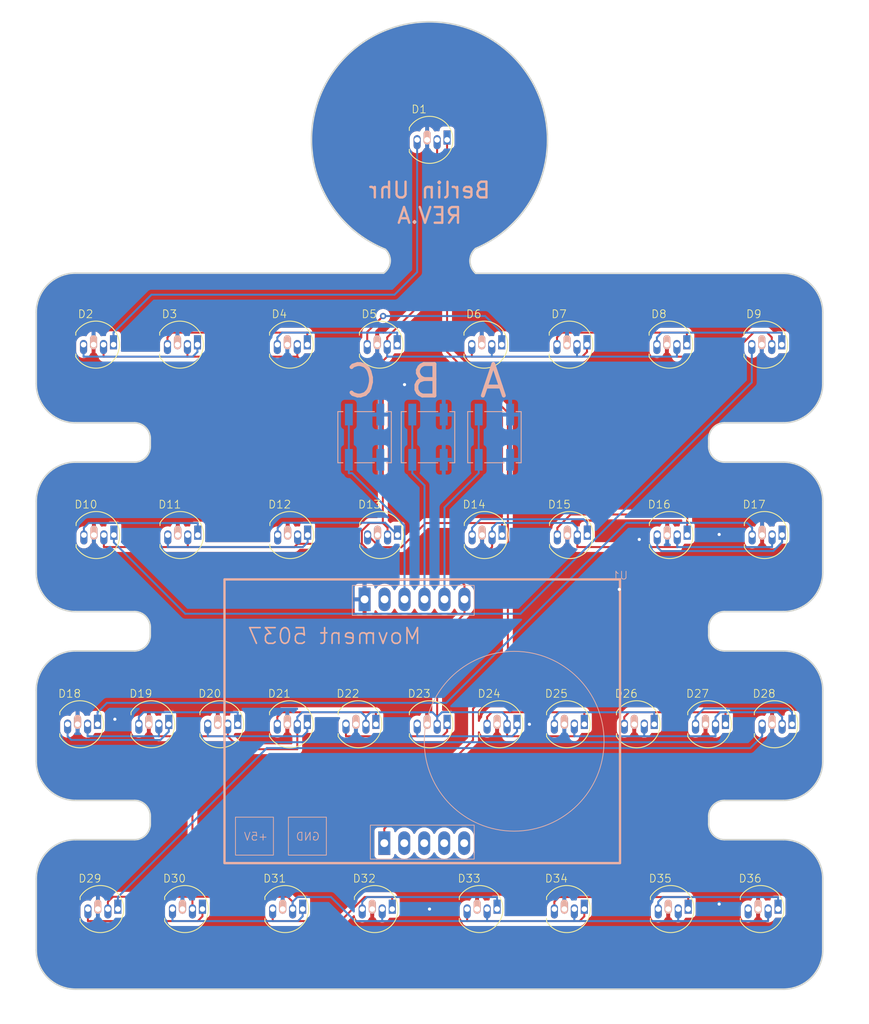
<source format=kicad_pcb>
(kicad_pcb (version 20221018) (generator pcbnew)
  (layers (0 "F.Cu" signal) (31 "B.Cu" signal) (34 "B.Paste" user) (35 "F.Paste" user) (36 "B.SilkS" user "B.Silkscreen") (37 "F.SilkS" user "F.Silkscreen") (38 "B.Mask" user) (39 "F.Mask" user) (44 "Edge.Cuts" user))
  (net 0 "")
  (net 1 "+5V")
  (net 2 "GND")
  (net 3 "Net-(D1-DOut)")
  (net 4 "/LEDD")
  (net 5 "Net-(D2-DOut)")
  (net 6 "Net-(D3-DOut)")
  (net 7 "Net-(D4-DOut)")
  (net 8 "Net-(D5-DOut)")
  (net 9 "Net-(D10-DIn)")
  (net 10 "Net-(D10-DOut)")
  (net 11 "Net-(D11-DOut)")
  (net 12 "Net-(D12-DOut)")
  (net 13 "Net-(D13-DOut)")
  (net 14 "Net-(D15-DOut)")
  (net 15 "Net-(D16-DOut)")
  (net 16 "Net-(D17-DOut)")
  (net 17 "Net-(D18-DOut)")
  (net 18 "Net-(D20-DOut)")
  (net 19 "Net-(D21-DOut)")
  (net 20 "Net-(D22-DOut)")
  (net 21 "Net-(D23-DOut)")
  (net 22 "Net-(D6-DOut)")
  (net 23 "Net-(D7-DOut)")
  (net 24 "Net-(D8-DOut)")
  (net 25 "Net-(D14-DOut)")
  (net 26 "Net-(D19-DOut)")
  (net 30 "Net-(D24-DOut)")
  (net 31 "Net-(D25-DOut)")
  (net 32 "Net-(D27-DOut)")
  (net 33 "Net-(D28-DOut)")
  (net 34 "Net-(D29-DOut)")
  (net 35 "Net-(D30-DOut)")
  (net 36 "Net-(D31-DOut)")
  (net 37 "Net-(D32-DOut)")
  (net 38 "Net-(D33-DOut)")
  (net 39 "Net-(D34-DOut)")
  (net 40 "Net-(D35-DOut)")
  (net 41 "Net-(U1-BTNA)")
  (net 42 "Net-(U1-BTNB)")
  (net 43 "Net-(U1-BTNC)")
  (net 46 "Net-(D26-DOut)")
  (footprint "ClockIt:WS2812-5MM" (layer "F.Cu") (at 134.747 92.075)
    (fp_text reference "D10")
    (fp_text value "~" hide)
  )
  (footprint "ClockIt:WS2812-5MM" (layer "F.Cu") (at 219.6677 67.87)
    (fp_text reference "D9")
    (fp_text value "~" hide)
  )
  (footprint "ClockIt:WS2812-5MM" (layer "F.Cu") (at 170.815 92.075)
    (fp_text reference "D13")
    (fp_text value "~" hide)
  )
  (footprint "ClockIt:WS2812-5MM" (layer "F.Cu") (at 150.495 116.13)
    (fp_text reference "D20")
    (fp_text value "~" hide)
  )
  (footprint "ClockIt:WS2812-5MM" (layer "F.Cu") (at 159.385 92.075)
    (fp_text reference "D12")
    (fp_text value "~" hide)
  )
  (footprint "ClockIt:WS2812-5MM" (layer "F.Cu") (at 194.945 92.075)
    (fp_text reference "D15")
    (fp_text value "~" hide)
  )
  (footprint "ClockIt:WS2812-5MM" (layer "F.Cu") (at 184.0653 67.87)
    (fp_text reference "D6")
    (fp_text value "~" hide)
  )
  (footprint "ClockIt:WS2812-5MM" (layer "F.Cu") (at 132.6727 116.13)
    (fp_text reference "D18")
    (fp_text value "~" hide)
  )
  (footprint "ClockIt:WS2812-5MM" (layer "F.Cu") (at 141.732 116.13)
    (fp_text reference "D19")
    (fp_text value "~" hide)
  )
  (footprint "ClockIt:WS2812-5MM" (layer "F.Cu") (at 158.75 139.625)
    (fp_text reference "D31")
    (fp_text value "~" hide)
  )
  (footprint "ClockIt:WS2812-5MM" (layer "F.Cu") (at 170.1377 139.625)
    (fp_text reference "D32")
    (fp_text value "~" hide)
  )
  (footprint "ClockIt:WS2812-5MM" (layer "F.Cu") (at 207.772 139.625)
    (fp_text reference "D35")
    (fp_text value "~" hide)
  )
  (footprint "ClockIt:WS2812-5MM" (layer "F.Cu") (at 177.1227 116.13)
    (fp_text reference "D23")
    (fp_text value "~" hide)
  )
  (footprint "ClockIt:WS2812-5MM" (layer "F.Cu") (at 194.564 116.13)
    (fp_text reference "D25")
    (fp_text value "~" hide)
  )
  (footprint "ClockIt:WS2812-5MM" (layer "F.Cu") (at 186.0127 116.13)
    (fp_text reference "D24")
    (fp_text value "~" hide)
  )
  (footprint "ClockIt:WS2812-5MM" (layer "F.Cu") (at 219.202 139.625)
    (fp_text reference "D36")
    (fp_text value "~" hide)
  )
  (footprint "ClockIt:WS2812-5MM" (layer "F.Cu") (at 212.5133 116.13)
    (fp_text reference "D27")
    (fp_text value "~" hide)
  )
  (footprint "ClockIt:WS2812-5MM" (layer "F.Cu") (at 159.3427 116.13)
    (fp_text reference "D21")
    (fp_text value "~" hide)
  )
  (footprint "ClockIt:WS2812-5MM" (layer "F.Cu") (at 184.1077 92.075)
    (fp_text reference "D14")
    (fp_text value "~" hide)
  )
  (footprint "ClockIt:WS2812-5MM" (layer "F.Cu") (at 145.3727 67.87)
    (fp_text reference "D3")
    (fp_text value "~" hide)
  )
  (footprint "ClockIt:WS2812-5MM" (layer "F.Cu") (at 207.645 92.075)
    (fp_text reference "D16")
    (fp_text value "~" hide)
  )
  (footprint "ClockIt:WS2812-5MM" (layer "F.Cu") (at 220.98 116.13)
    (fp_text reference "D28")
    (fp_text value "~" hide)
  )
  (footprint "ClockIt:WS2812-5MM" (layer "F.Cu") (at 194.564 139.625)
    (fp_text reference "D34")
    (fp_text value "~" hide)
  )
  (footprint "ClockIt:WS2812-5MM" (layer "F.Cu") (at 194.9027 67.87)
    (fp_text reference "D7")
    (fp_text value "~" hide)
  )
  (footprint "ClockIt:WS2812-5MM" (layer "F.Cu") (at 183.4727 139.625)
    (fp_text reference "D33")
    (fp_text value "~" hide)
  )
  (footprint "ClockIt:WS2812-5MM" (layer "F.Cu") (at 159.3427 67.87)
    (fp_text reference "D4")
    (fp_text value "~" hide)
  )
  (footprint "ClockIt:WS2812-5MM" (layer "F.Cu") (at 219.71 92.075)
    (fp_text reference "D17")
    (fp_text value "~" hide)
  )
  (footprint "ClockIt:WS2812-5MM" (layer "F.Cu") (at 203.454 116.13)
    (fp_text reference "D26")
    (fp_text value "~" hide)
  )
  (footprint "ClockIt:WS2812-5MM" (layer "F.Cu") (at 177.115 41.835)
    (fp_text reference "D1")
    (fp_text value "~" hide)
  )
  (footprint "ClockIt:WS2812-5MM" (layer "F.Cu") (at 145.415 92.075)
    (fp_text reference "D11")
    (fp_text value "~" hide)
  )
  (footprint "ClockIt:WS2812-5MM" (layer "F.Cu") (at 134.7047 67.87)
    (fp_text reference "D2")
    (fp_text value "~" hide)
  )
  (footprint "ClockIt:WS2812-5MM" (layer "F.Cu") (at 135.255 139.625)
    (fp_text reference "D29")
    (fp_text value "~" hide)
  )
  (footprint "ClockIt:WS2812-5MM" (layer "F.Cu") (at 207.6027 67.87)
    (fp_text reference "D8")
    (fp_text value "~" hide)
  )
  (footprint "ClockIt:WS2812-5MM" (layer "F.Cu") (at 168.0633 116.13)
    (fp_text reference "D22")
    (fp_text value "~" hide)
  )
  (footprint "ClockIt:WS2812-5MM" (layer "F.Cu") (at 170.7727 67.87)
    (fp_text reference "D5")
    (fp_text value "~" hide)
  )
  (footprint "ClockIt:WS2812-5MM" (layer "F.Cu") (at 146.0077 139.625)
    (fp_text reference "D30")
    (fp_text value "~" hide)
  )
  (footprint "ClockIt:Tactile SW SMD" (layer "B.Cu") (at 176.975 79.71 -90)
    (fp_text reference "SW2" hide)
    (fp_text value "SW_Push")
  )
  (footprint "ClockIt:Tactile SW SMD" (layer "B.Cu") (at 168.91 79.71 -90)
    (fp_text reference "SW3" hide)
    (fp_text value "SW_Push")
  )
  (footprint "ClockIt:Movement5037 TH" (layer "B.Cu") (at 201.39 97.79 180)
    (fp_text reference "U1")
    (fp_text value "~")
  )
  (footprint "ClockIt:Tactile SW SMD" (layer "B.Cu") (at 185.42 79.71 -90)
    (fp_text reference "SW1" hide)
    (fp_text value "SW_Push")
  )
  (gr_arc locked (start 127.164999 135.882482) (mid 128.629465 132.346948) (end 132.164999 130.882482) (stroke (width 0.2)) (layer "Edge.Cuts"))
  (gr_line locked (start 141.664999 104.882482) (end 141.664999 103.882482) (stroke (width 0.2)) (layer "Edge.Cuts"))
  (gr_arc locked (start 222.164999 106.882482) (mid 225.700533 108.346948) (end 227.164999 111.882482) (stroke (width 0.2)) (layer "Edge.Cuts"))
  (gr_arc locked (start 212.664999 127.882482) (mid 213.250785 126.468268) (end 214.664999 125.882482) (stroke (width 0.2)) (layer "Edge.Cuts"))
  (gr_line locked (start 214.664999 101.882482) (end 222.164999 101.882482) (stroke (width 0.2)) (layer "Edge.Cuts"))
  (gr_line locked (start 139.664999 130.882482) (end 132.164999 130.882482) (stroke (width 0.2)) (layer "Edge.Cuts"))
  (gr_line locked (start 132.164999 149.882482) (end 222.164999 149.882482) (stroke (width 0.2)) (layer "Edge.Cuts"))
  (gr_arc locked (start 212.664999 103.882482) (mid 213.250785 102.468268) (end 214.664999 101.882482) (stroke (width 0.2)) (layer "Edge.Cuts"))
  (gr_arc locked (start 132.164999 149.882482) (mid 128.629465 148.418016) (end 127.164999 144.882482) (stroke (width 0.2)) (layer "Edge.Cuts"))
  (gr_line locked (start 132.164999 77.882482) (end 139.664999 77.882482) (stroke (width 0.2)) (layer "Edge.Cuts"))
  (gr_line locked (start 139.664999 82.882482) (end 132.164999 82.882482) (stroke (width 0.2)) (layer "Edge.Cuts"))
  (gr_arc locked (start 127.164999 87.882482) (mid 128.629465 84.346948) (end 132.164999 82.882482) (stroke (width 0.2)) (layer "Edge.Cuts"))
  (gr_arc locked (start 222.164999 58.882482) (mid 225.700533 60.346948) (end 227.164999 63.882482) (stroke (width 0.2)) (layer "Edge.Cuts"))
  (gr_line locked (start 141.664999 128.882482) (end 141.664999 127.882482) (stroke (width 0.2)) (layer "Edge.Cuts"))
  (gr_arc locked (start 127.164999 111.882482) (mid 128.629465 108.346948) (end 132.164999 106.882482) (stroke (width 0.2)) (layer "Edge.Cuts"))
  (gr_arc locked (start 214.664999 82.882482) (mid 213.250785 82.296696) (end 212.664999 80.882482) (stroke (width 0.2)) (layer "Edge.Cuts"))
  (gr_arc locked (start 132.164999 101.882482) (mid 128.629465 100.418016) (end 127.164999 96.882482) (stroke (width 0.2)) (layer "Edge.Cuts"))
  (gr_arc locked (start 227.164999 120.882482) (mid 225.700533 124.418016) (end 222.164999 125.882482) (stroke (width 0.2)) (layer "Edge.Cuts"))
  (gr_arc locked (start 139.664999 101.882482) (mid 141.079213 102.468268) (end 141.664999 103.882482) (stroke (width 0.2)) (layer "Edge.Cuts"))
  (gr_line locked (start 227.164999 144.882482) (end 227.164999 135.882482) (stroke (width 0.2)) (layer "Edge.Cuts"))
  (gr_arc locked (start 214.664999 130.882482) (mid 213.250785 130.296696) (end 212.664999 128.882482) (stroke (width 0.2)) (layer "Edge.Cuts"))
  (gr_line locked (start 141.664999 80.882482) (end 141.664999 79.882482) (stroke (width 0.2)) (layer "Edge.Cuts"))
  (gr_line locked (start 227.164999 72.882482) (end 227.164999 63.882482) (stroke (width 0.2)) (layer "Edge.Cuts"))
  (gr_arc locked (start 171.546014 55.817804) (mid 172.16994 57.382949) (end 171.342187 58.850527) (stroke (width 0.2)) (layer "Edge.Cuts"))
  (gr_line locked (start 227.164999 120.882482) (end 227.164999 111.882482) (stroke (width 0.2)) (layer "Edge.Cuts"))
  (gr_line locked (start 139.664999 106.882482) (end 132.164999 106.882482) (stroke (width 0.2)) (layer "Edge.Cuts"))
  (gr_arc locked (start 171.546014 55.817804) (mid 177.041475 26.910508) (end 183.012277 55.723376) (stroke (width 0.2)) (layer "Edge.Cuts"))
  (gr_line locked (start 132.164999 125.882482) (end 139.664999 125.882482) (stroke (width 0.2)) (layer "Edge.Cuts"))
  (gr_arc locked (start 127.164999 63.850527) (mid 128.629465 60.314993) (end 132.164999 58.850527) (stroke (width 0.2)) (layer "Edge.Cuts"))
  (gr_arc locked (start 227.164999 144.882482) (mid 225.700533 148.418016) (end 222.164999 149.882482) (stroke (width 0.2)) (layer "Edge.Cuts"))
  (gr_line locked (start 171.342187 58.850527) (end 132.164999 58.850527) (stroke (width 0.2)) (layer "Edge.Cuts"))
  (gr_arc locked (start 139.664999 125.882482) (mid 141.079213 126.468268) (end 141.664999 127.882482) (stroke (width 0.2)) (layer "Edge.Cuts"))
  (gr_arc locked (start 222.164999 130.882482) (mid 225.700533 132.346948) (end 227.164999 135.882482) (stroke (width 0.2)) (layer "Edge.Cuts"))
  (gr_line locked (start 222.164999 106.882482) (end 214.664999 106.882482) (stroke (width 0.2)) (layer "Edge.Cuts"))
  (gr_line locked (start 212.664999 104.882482) (end 212.664999 103.882482) (stroke (width 0.2)) (layer "Edge.Cuts"))
  (gr_arc locked (start 132.164999 125.882482) (mid 128.629465 124.418016) (end 127.164999 120.882482) (stroke (width 0.2)) (layer "Edge.Cuts"))
  (gr_line locked (start 222.164999 58.882482) (end 183.034255 58.882482) (stroke (width 0.2)) (layer "Edge.Cuts"))
  (gr_arc locked (start 183.034255 58.882482) (mid 182.306842 57.307913) (end 183.012277 55.723376) (stroke (width 0.2)) (layer "Edge.Cuts"))
  (gr_line locked (start 127.164999 111.882482) (end 127.164999 120.882482) (stroke (width 0.2)) (layer "Edge.Cuts"))
  (gr_line locked (start 222.164999 82.882482) (end 214.664999 82.882482) (stroke (width 0.2)) (layer "Edge.Cuts"))
  (gr_line locked (start 132.164999 101.882482) (end 139.664999 101.882482) (stroke (width 0.2)) (layer "Edge.Cuts"))
  (gr_line locked (start 212.664999 80.882482) (end 212.664999 79.882482) (stroke (width 0.2)) (layer "Edge.Cuts"))
  (gr_arc locked (start 214.664999 106.882482) (mid 213.250785 106.296696) (end 212.664999 104.882482) (stroke (width 0.2)) (layer "Edge.Cuts"))
  (gr_line locked (start 212.664999 128.882482) (end 212.664999 127.882482) (stroke (width 0.2)) (layer "Edge.Cuts"))
  (gr_arc locked (start 141.664999 80.882482) (mid 141.079213 82.296696) (end 139.664999 82.882482) (stroke (width 0.2)) (layer "Edge.Cuts"))
  (gr_arc locked (start 227.164999 96.882482) (mid 225.700533 100.418016) (end 222.164999 101.882482) (stroke (width 0.2)) (layer "Edge.Cuts"))
  (gr_arc locked (start 132.164999 77.882482) (mid 128.629465 76.418016) (end 127.164999 72.882482) (stroke (width 0.2)) (layer "Edge.Cuts"))
  (gr_arc locked (start 141.664999 104.882482) (mid 141.079213 106.296696) (end 139.664999 106.882482) (stroke (width 0.2)) (layer "Edge.Cuts"))
  (gr_line locked (start 214.664999 77.882482) (end 222.164999 77.882482) (stroke (width 0.2)) (layer "Edge.Cuts"))
  (gr_line locked (start 127.164999 63.850527) (end 127.164999 72.882482) (stroke (width 0.2)) (layer "Edge.Cuts"))
  (gr_line locked (start 227.164999 96.882482) (end 227.164999 87.882482) (stroke (width 0.2)) (layer "Edge.Cuts"))
  (gr_line locked (start 214.664999 125.882482) (end 222.164999 125.882482) (stroke (width 0.2)) (layer "Edge.Cuts"))
  (gr_arc locked (start 141.664999 128.882482) (mid 141.079213 130.296696) (end 139.664999 130.882482) (stroke (width 0.2)) (layer "Edge.Cuts"))
  (gr_arc locked (start 139.664999 77.882482) (mid 141.079213 78.468268) (end 141.664999 79.882482) (stroke (width 0.2)) (layer "Edge.Cuts"))
  (gr_line locked (start 222.164999 130.882482) (end 214.664999 130.882482) (stroke (width 0.2)) (layer "Edge.Cuts"))
  (gr_arc locked (start 212.664999 79.882482) (mid 213.250785 78.468268) (end 214.664999 77.882482) (stroke (width 0.2)) (layer "Edge.Cuts"))
  (gr_line locked (start 127.164999 87.882482) (end 127.164999 96.882482) (stroke (width 0.2)) (layer "Edge.Cuts"))
  (gr_arc locked (start 222.164999 82.882482) (mid 225.700533 84.346948) (end 227.164999 87.882482) (stroke (width 0.2)) (layer "Edge.Cuts"))
  (gr_arc locked (start 227.164999 72.882482) (mid 225.700533 76.418016) (end 222.164999 77.882482) (stroke (width 0.2)) (layer "Edge.Cuts"))
  (gr_line locked (start 127.164999 135.882482) (end 127.164999 144.882482) (stroke (width 0.2)) (layer "Edge.Cuts"))
  (gr_text "C" (at 170.815 74.93) (layer "B.SilkS") (effects (font (size 4 4) (thickness 0.5)) (justify left bottom mirror)))
  (gr_text "Berlin Uhr\nREV.A" (at 177.165 52.705) (layer "B.SilkS") (effects (font (size 2 2) (thickness 0.3)) (justify bottom mirror)))
  (gr_text "A" (at 187.325 74.93) (layer "B.SilkS") (effects (font (size 4 4) (thickness 0.5)) (justify left bottom mirror)))
  (gr_text "B" (at 179.07 74.93) (layer "B.SilkS") (effects (font (size 4 4) (thickness 0.5)) (justify left bottom mirror)))
  (segment (start 146.431 92.15) (end 146.431 93.6769) (width 0.25) (layer "F.Cu") (net 1))
  (segment (start 168.5641 91.6142) (end 169.5552 90.6231) (width 0.25) (layer "F.Cu") (net 1))
  (segment (start 168.5641 93.2635) (end 168.5641 91.6142) (width 0.25) (layer "F.Cu") (net 1))
  (segment (start 160.3587 69.4719) (end 146.3887 69.4719) (width 0.25) (layer "F.Cu") (net 1))
  (segment (start 195.58 116.205) (end 195.58 117.7319) (width 0.25) (layer "F.Cu") (net 1))
  (segment (start 178.1387 105.6282) (end 178.1387 116.205) (width 0.25) (layer "F.Cu") (net 1))
  (segment (start 171.831 92.15) (end 171.831 91.2231) (width 0.25) (layer "F.Cu") (net 1))
  (segment (start 208.661 92.15) (end 208.661 93.6769) (width 0.25) (layer "F.Cu") (net 1))
  (segment (start 136.271 139.7) (end 136.271 138.7731) (width 0.25) (layer "F.Cu") (net 1))
  (segment (start 142.748 117.7319) (end 147.0237 117.7319) (width 0.25) (layer "F.Cu") (net 1))
  (segment (start 195.961 92.15) (end 195.961 93.6769) (width 0.25) (layer "F.Cu") (net 1))
  (segment (start 146.3887 67.945) (end 146.3887 69.4704) (width 0.25) (layer "F.Cu") (net 1))
  (segment (start 171.231 70.0296) (end 171.7887 69.4719) (width 0.25) (layer "F.Cu") (net 1))
  (segment (start 147.0237 138.1361) (end 147.0237 139.7) (width 0.25) (layer "F.Cu") (net 1))
  (segment (start 171.7887 67.945) (end 171.7887 67.0181) (width 0.25) (layer "F.Cu") (net 1))
  (segment (start 178.131 60.6758) (end 178.131 41.91) (width 0.25) (layer "F.Cu") (net 1))
  (segment (start 171.7887 67.945) (end 171.7887 69.4719) (width 0.25) (layer "F.Cu") (net 1))
  (segment (start 181.61 100.6214) (end 181.61 100.33) (width 0.25) (layer "F.Cu") (net 1))
  (segment (start 171.231 90.6231) (end 171.831 91.2231) (width 0.25) (layer "F.Cu") (net 1))
  (segment (start 195.961 93.6769) (end 208.661 93.6769) (width 0.25) (layer "F.Cu") (net 1))
  (segment (start 215.3015 69.4719) (end 218.3834 66.39) (width 0.25) (layer "F.Cu") (net 1))
  (segment (start 160.401 92.15) (end 160.401 93.2635) (width 0.25) (layer "F.Cu") (net 1))
  (segment (start 135.763 92.15) (end 135.763 93.6769) (width 0.25) (layer "F.Cu") (net 1))
  (segment (start 195.58 117.7319) (end 187.0287 117.7319) (width 0.25) (layer "F.Cu") (net 1))
  (segment (start 147.0237 138.1361) (end 136.908 138.1361) (width 0.25) (layer "F.Cu") (net 1))
  (segment (start 169.5552 90.6231) (end 171.231 90.6231) (width 0.25) (layer "F.Cu") (net 1))
  (segment (start 159.9876 93.6769) (end 146.431 93.6769) (width 0.25) (layer "F.Cu") (net 1))
  (segment (start 180.9538 97.8468) (end 180.9537 97.8469) (width 0.25) (layer "F.Cu") (net 1))
  (segment (start 181.61 100.33) (end 181.61 98.5031) (width 0.25) (layer "F.Cu") (net 1))
  (segment (start 136.908 138.1361) (end 136.271 138.7731) (width 0.25) (layer "F.Cu") (net 1))
  (segment (start 181.61 100.6214) (end 181.61 102.1569) (width 0.25) (layer "F.Cu") (net 1))
  (segment (start 208.6187 69.4719) (end 215.3015 69.4719) (width 0.25) (layer "F.Cu") (net 1))
  (segment (start 220.6837 67.945) (end 220.6837 67.0181) (width 0.25) (layer "F.Cu") (net 1))
  (segment (start 180.9537 97.8469) (end 173.1475 97.8469) (width 0.25) (layer "F.Cu") (net 1))
  (segment (start 187.0287 116.205) (end 187.0287 117.7319) (width 0.25) (layer "F.Cu") (net 1))
  (segment (start 160.3587 67.945) (end 160.3587 69.4719) (width 0.25) (layer "F.Cu") (net 1))
  (segment (start 173.1475 97.8469) (end 168.5641 93.2635) (width 0.25) (layer "F.Cu") (net 1))
  (segment (start 159.129 138.1361) (end 159.766 138.7731) (width 0.25) (layer "F.Cu") (net 1))
  (segment (start 147.0237 117.7319) (end 147.0237 138.1361) (width 0.25) (layer "F.Cu") (net 1))
  (segment (start 147.0237 117.7319) (end 151.511 117.7319) (width 0.25) (layer "F.Cu") (net 1))
  (segment (start 208.6187 67.945) (end 208.6187 69.4719) (width 0.25) (layer "F.Cu") (net 1))
  (segment (start 146.3872 69.4719) (end 146.3887 69.4704) (width 0.25) (layer "F.Cu") (net 1))
  (segment (start 171.231 70.0296) (end 160.9164 70.0296) (width 0.25) (layer "F.Cu") (net 1))
  (segment (start 151.511 117.7319) (end 153.1591 119.38) (width 0.25) (layer "F.Cu") (net 1))
  (segment (start 181.61 98.5031) (end 180.9538 97.8468) (width 0.25) (layer "F.Cu") (net 1))
  (segment (start 153.1591 119.38) (end 160.3587 119.38) (width 0.25) (layer "F.Cu") (net 1))
  (segment (start 146.3887 69.4704) (end 146.3887 69.4719) (width 0.25) (layer "F.Cu") (net 1))
  (segment (start 135.7207 69.4719) (end 146.3872 69.4719) (width 0.25) (layer "F.Cu") (net 1))
  (segment (start 185.1237 93.6769) (end 180.9538 97.8468) (width 0.25) (layer "F.Cu") (net 1))
  (segment (start 146.431 93.6769) (end 135.763 93.6769) (width 0.25) (layer "F.Cu") (net 1))
  (segment (start 159.766 139.7) (end 159.766 138.7731) (width 0.25) (layer "F.Cu") (net 1))
  (segment (start 181.61 102.1569) (end 178.1387 105.6282) (width 0.25) (layer "F.Cu") (net 1))
  (segment (start 142.748 116.205) (end 142.748 117.7319) (width 0.25) (layer "F.Cu") (net 1))
  (segment (start 160.401 93.2635) (end 159.9876 93.6769) (width 0.25) (layer "F.Cu") (net 1))
  (segment (start 220.0556 66.39) (end 220.6837 67.0181) (width 0.25) (layer "F.Cu") (net 1))
  (segment (start 218.3834 66.39) (end 220.0556 66.39) (width 0.25) (layer "F.Cu") (net 1))
  (segment (start 135.7207 67.945) (end 135.7207 69.4719) (width 0.25) (layer "F.Cu") (net 1))
  (segment (start 171.7887 67.0181) (end 178.131 60.6758) (width 0.25) (layer "F.Cu") (net 1))
  (segment (start 160.401 93.2635) (end 168.5641 93.2635) (width 0.25) (layer "F.Cu") (net 1))
  (segment (start 171.231 90.6231) (end 171.231 70.0296) (width 0.25) (layer "F.Cu") (net 1))
  (segment (start 160.9164 70.0296) (end 160.3587 69.4719) (width 0.25) (layer "F.Cu") (net 1))
  (segment (start 151.511 116.205) (end 151.511 117.7319) (width 0.25) (layer "F.Cu") (net 1))
  (segment (start 160.3587 119.38) (end 160.3587 116.205) (width 0.25) (layer "F.Cu") (net 1))
  (segment (start 147.0237 138.1361) (end 159.129 138.1361) (width 0.25) (layer "F.Cu") (net 1))
  (segment (start 185.1237 92.15) (end 185.1237 93.6769) (width 0.25) (layer "F.Cu") (net 1))
  (segment (start 220.218 139.7) (end 220.218 141.2269) (width 0.25) (layer "B.Cu") (net 1))
  (segment (start 142.748 117.7319) (end 133.6887 117.7319) (width 0.25) (layer "B.Cu") (net 1))
  (segment (start 213.5293 117.7319) (end 204.47 117.7319) (width 0.25) (layer "B.Cu") (net 1))
  (segment (start 178.1387 115.2781) (end 177.5387 114.6781) (width 0.25) (layer "B.Cu") (net 1))
  (segment (start 221.996 115.2781) (end 221.396 114.6781) (width 0.25) (layer "B.Cu") (net 1))
  (segment (start 178.1387 115.2781) (end 178.7461 114.6707) (width 0.25) (layer "B.Cu") (net 1))
  (segment (start 195.58 139.7) (end 195.58 141.2269) (width 0.25) (layer "B.Cu") (net 1))
  (segment (start 178.1387 116.205) (end 178.1387 115.2781) (width 0.25) (layer "B.Cu") (net 1))
  (segment (start 208.6187 67.945) (end 208.6187 69.4719) (width 0.25) (layer "B.Cu") (net 1))
  (segment (start 178.7461 114.6707) (end 186.4213 114.6707) (width 0.25) (layer "B.Cu") (net 1))
  (segment (start 208.661 93.6769) (end 220.726 93.6769) (width 0.25) (layer "B.Cu") (net 1))
  (segment (start 169.6793 114.6781) (end 169.0793 115.2781) (width 0.25) (layer "B.Cu") (net 1))
  (segment (start 159.766 138.7731) (end 160.366 138.1731) (width 0.25) (layer "B.Cu") (net 1))
  (segment (start 195.3449 90.607) (end 195.961 91.2231) (width 0.25) (layer "B.Cu") (net 1))
  (segment (start 221.396 114.6781) (end 214.1293 114.6781) (width 0.25) (layer "B.Cu") (net 1))
  (segment (start 142.748 116.205) (end 142.748 117.7319) (width 0.25) (layer "B.Cu") (net 1))
  (segment (start 195.9187 67.945) (end 195.9187 69.4719) (width 0.25) (layer "B.Cu") (net 1))
  (segment (start 164.6321 138.1731) (end 167.6859 141.2269) (width 0.25) (layer "B.Cu") (net 1))
  (segment (start 160.3587 116.205) (end 160.3587 115.2781) (width 0.25) (layer "B.Cu") (net 1))
  (segment (start 171.7887 67.945) (end 171.7887 69.4719) (width 0.25) (layer "B.Cu") (net 1))
  (segment (start 185.1237 92.15) (end 185.1237 91.2231) (width 0.25) (layer "B.Cu") (net 1))
  (segment (start 160.9658 114.671) (end 168.4722 114.671) (width 0.25) (layer "B.Cu") (net 1))
  (segment (start 184.4887 141.1135) (end 184.4887 141.2254) (width 0.25) (layer "B.Cu") (net 1))
  (segment (start 185.1237 91.2231) (end 185.7398 90.607) (width 0.25) (layer "B.Cu") (net 1))
  (segment (start 195.58 116.205) (end 195.58 117.7319) (width 0.25) (layer "B.Cu") (net 1))
  (segment (start 184.4887 139.7) (end 184.4887 141.1135) (width 0.25) (layer "B.Cu") (net 1))
  (segment (start 185.7398 90.607) (end 195.3449 90.607) (width 0.25) (layer "B.Cu") (net 1))
  (segment (start 184.4879 141.2269) (end 171.1537 141.2269) (width 0.25) (layer "B.Cu") (net 1))
  (segment (start 208.788 139.7) (end 208.788 141.2269) (width 0.25) (layer "B.Cu") (net 1))
  (segment (start 204.47 117.7319) (end 195.58 117.7319) (width 0.25) (layer "B.Cu") (net 1))
  (segment (start 184.4887 141.2261) (end 184.4895 141.2269) (width 0.25) (layer "B.Cu") (net 1))
  (segment (start 168.4722 114.671) (end 169.0793 115.2781) (width 0.25) (layer "B.Cu") (net 1))
  (segment (start 169.0793 116.205) (end 169.0793 115.2781) (width 0.25) (layer "B.Cu") (net 1))
  (segment (start 221.996 116.205) (end 221.996 115.2781) (width 0.25) (layer "B.Cu") (net 1))
  (segment (start 187.0287 116.205) (end 187.0287 115.2781) (width 0.25) (layer "B.Cu") (net 1))
  (segment (start 204.47 116.205) (end 204.47 117.7319) (width 0.25) (layer "B.Cu") (net 1))
  (segment (start 214.1293 114.6781) (end 213.5293 115.2781) (width 0.25) (layer "B.Cu") (net 1))
  (segment (start 220.218 141.2269) (end 208.788 141.2269) (width 0.25) (layer "B.Cu") (net 1))
  (segment (start 195.58 141.2269) (end 208.788 141.2269) (width 0.25) (layer "B.Cu") (net 1))
  (segment (start 213.5293 116.205) (end 213.5293 117.7319) (width 0.25) (layer "B.Cu") (net 1))
  (segment (start 184.4887 141.2254) (end 184.4887 141.2261) (width 0.25) (layer "B.Cu") (net 1))
  (segment (start 167.6859 141.2269) (end 171.1537 141.2269) (width 0.25) (layer "B.Cu") (net 1))
  (segment (start 195.9187 69.4719) (end 185.0813 69.4719) (width 0.25) (layer "B.Cu") (net 1))
  (segment (start 171.1537 139.7) (end 171.1537 141.2269) (width 0.25) (layer "B.Cu") (net 1))
  (segment (start 213.5293 116.0236) (end 213.5293 115.2781) (width 0.25) (layer "B.Cu") (net 1))
  (segment (start 160.3587 115.2781) (end 160.9658 114.671) (width 0.25) (layer "B.Cu") (net 1))
  (segment (start 184.4887 141.2261) (end 184.4879 141.2269) (width 0.25) (layer "B.Cu") (net 1))
  (segment (start 220.726 92.15) (end 220.726 93.6769) (width 0.25) (layer "B.Cu") (net 1))
  (segment (start 213.5293 116.0236) (end 213.5293 116.205) (width 0.25) (layer "B.Cu") (net 1))
  (segment (start 159.766 139.7) (end 159.766 138.7731) (width 0.25) (layer "B.Cu") (net 1))
  (segment (start 133.6887 116.205) (end 133.6887 117.7319) (width 0.25) (layer "B.Cu") (net 1))
  (segment (start 186.4213 114.6707) (end 187.0287 115.2781) (width 0.25) (layer "B.Cu") (net 1))
  (segment (start 177.5387 114.6781) (end 169.6793 114.6781) (width 0.25) (layer "B.Cu") (net 1))
  (segment (start 208.6187 69.4719) (end 195.9187 69.4719) (width 0.25) (layer "B.Cu") (net 1))
  (segment (start 185.0813 69.4719) (end 171.7887 69.4719) (width 0.25) (layer "B.Cu") (net 1))
  (segment (start 195.961 92.15) (end 195.961 91.2231) (width 0.25) (layer "B.Cu") (net 1))
  (segment (start 185.0813 67.945) (end 185.0813 69.4719) (width 0.25) (layer "B.Cu") (net 1))
  (segment (start 184.4895 141.2269) (end 195.58 141.2269) (width 0.25) (layer "B.Cu") (net 1))
  (segment (start 160.366 138.1731) (end 164.6321 138.1731) (width 0.25) (layer "B.Cu") (net 1))
  (segment (start 208.661 92.15) (end 208.661 93.6769) (width 0.25) (layer "B.Cu") (net 1))
  (via (at 173.99 73.025) (size 0.8) (drill 0.4) (layers "F.Cu" "B.Cu") (net 2))
  (via (at 213.995 139.065) (size 0.8) (drill 0.4) (layers "F.Cu" "B.Cu") (net 2))
  (via (at 203.835 92.71) (size 0.8) (drill 0.4) (layers "F.Cu" "B.Cu") (net 2))
  (via (at 177.165 139.7) (size 0.8) (drill 0.4) (layers "F.Cu" "B.Cu") (net 2))
  (via (at 213.995 92.075) (size 0.8) (drill 0.4) (layers "F.Cu" "B.Cu") (net 2))
  (via (at 189.865 116.205) (size 0.8) (drill 0.4) (layers "F.Cu" "B.Cu") (net 2))
  (via (at 201.295 99.06) (size 0.8) (drill 0.4) (layers "F.Cu" "B.Cu") (net 2))
  (via (at 137.16 115.57) (size 0.8) (drill 0.4) (layers "F.Cu" "B.Cu") (net 2))
  (segment (start 136.9907 66.4181) (end 141.8138 61.595) (width 0.25) (layer "B.Cu") (net 3))
  (segment (start 172.72 61.595) (end 175.591 58.724) (width 0.25) (layer "B.Cu") (net 3))
  (segment (start 141.8138 61.595) (end 172.72 61.595) (width 0.25) (layer "B.Cu") (net 3))
  (segment (start 136.9907 67.945) (end 136.9907 66.4181) (width 0.25) (layer "B.Cu") (net 3))
  (segment (start 175.591 58.724) (end 175.591 41.91) (width 0.25) (layer "B.Cu") (net 3))
  (segment (start 171.418 129.4911) (end 182.6974 118.2117) (width 0.25) (layer "F.Cu") (net 4))
  (segment (start 182.6974 114.2277) (end 187.129 109.7961) (width 0.25) (layer "F.Cu") (net 4))
  (segment (start 182.6974 118.2117) (end 182.6974 114.2277) (width 0.25) (layer "F.Cu") (net 4))
  (segment (start 187.129 109.7961) (end 187.129 76.59) (width 0.25) (layer "F.Cu") (net 4))
  (segment (start 179.401 68.862) (end 179.401 41.91) (width 0.25) (layer "F.Cu") (net 4))
  (segment (start 171.418 131.318) (end 171.418 129.4911) (width 0.25) (layer "F.Cu") (net 4))
  (segment (start 187.129 76.59) (end 179.401 68.862) (width 0.25) (layer "F.Cu") (net 4))
  (segment (start 133.1807 69.4719) (end 147.0587 69.4719) (width 0.25) (layer "B.Cu") (net 5))
  (segment (start 147.0587 69.4719) (end 147.6587 68.8719) (width 0.25) (layer "B.Cu") (net 5))
  (segment (start 147.6587 67.945) (end 147.6587 68.8719) (width 0.25) (layer "B.Cu") (net 5))
  (segment (start 133.1807 67.945) (end 133.1807 69.4719) (width 0.25) (layer "B.Cu") (net 5))
  (segment (start 161.6287 66.4181) (end 144.4487 66.4181) (width 0.25) (layer "F.Cu") (net 6))
  (segment (start 144.4487 66.4181) (end 143.8487 67.0181) (width 0.25) (layer "F.Cu") (net 6))
  (segment (start 161.6287 67.945) (end 161.6287 66.4181) (width 0.25) (layer "F.Cu") (net 6))
  (segment (start 143.8487 67.945) (end 143.8487 67.0181) (width 0.25) (layer "F.Cu") (net 6))
  (segment (start 158.4187 66.4181) (end 157.8187 67.0181) (width 0.25) (layer "B.Cu") (net 7))
  (segment (start 157.8187 67.945) (end 157.8187 67.0181) (width 0.25) (layer "B.Cu") (net 7))
  (segment (start 173.0587 67.945) (end 173.0587 66.4181) (width 0.25) (layer "B.Cu") (net 7))
  (segment (start 173.0587 66.4181) (end 158.4187 66.4181) (width 0.25) (layer "B.Cu") (net 7))
  (segment (start 169.2487 67.945) (end 169.2487 66.3237) (width 0.25) (layer "F.Cu") (net 8))
  (segment (start 169.2487 66.3237) (end 171.263 64.3094) (width 0.25) (layer "F.Cu") (net 8))
  (via (at 171.263 64.3094) (size 0.8) (drill 0.4) (layers "F.Cu" "B.Cu") (net 8))
  (segment (start 184.2426 64.3094) (end 186.3513 66.4181) (width 0.25) (layer "B.Cu") (net 8))
  (segment (start 186.3513 67.945) (end 186.3513 66.4181) (width 0.25) (layer "B.Cu") (net 8))
  (segment (start 171.263 64.3094) (end 184.2426 64.3094) (width 0.25) (layer "B.Cu") (net 8))
  (segment (start 218.1437 67.945) (end 218.1437 72.7436) (width 0.25) (layer "B.Cu") (net 9))
  (segment (start 137.033 92.15) (end 137.033 93.0769) (width 0.25) (layer "B.Cu") (net 9))
  (segment (start 188.7304 102.1569) (end 146.113 102.1569) (width 0.25) (layer "B.Cu") (net 9))
  (segment (start 146.113 102.1569) (end 137.033 93.0769) (width 0.25) (layer "B.Cu") (net 9))
  (segment (start 218.1437 72.7436) (end 188.7304 102.1569) (width 0.25) (layer "B.Cu") (net 9))
  (segment (start 133.823 90.6231) (end 133.223 91.2231) (width 0.25) (layer "B.Cu") (net 10))
  (segment (start 147.701 90.6231) (end 133.823 90.6231) (width 0.25) (layer "B.Cu") (net 10))
  (segment (start 147.701 92.15) (end 147.701 90.6231) (width 0.25) (layer "B.Cu") (net 10))
  (segment (start 133.223 92.15) (end 133.223 91.2231) (width 0.25) (layer "B.Cu") (net 10))
  (segment (start 143.891 93.6769) (end 161.071 93.6769) (width 0.25) (layer "B.Cu") (net 11))
  (segment (start 161.671 92.15) (end 161.671 93.0769) (width 0.25) (layer "B.Cu") (net 11))
  (segment (start 161.071 93.6769) (end 161.671 93.0769) (width 0.25) (layer "B.Cu") (net 11))
  (segment (start 143.891 92.15) (end 143.891 93.6769) (width 0.25) (layer "B.Cu") (net 11))
  (segment (start 157.861 92.15) (end 157.861 91.2231) (width 0.25) (layer "B.Cu") (net 12))
  (segment (start 171.536 90.585) (end 173.101 92.15) (width 0.25) (layer "B.Cu") (net 12))
  (segment (start 157.861 91.2231) (end 158.4991 90.585) (width 0.25) (layer "B.Cu") (net 12))
  (segment (start 158.4991 90.585) (end 171.536 90.585) (width 0.25) (layer "B.Cu") (net 12))
  (segment (start 176.6686 90.6231) (end 173.5978 93.6939) (width 0.25) (layer "F.Cu") (net 13))
  (segment (start 173.5978 93.6939) (end 170.8349 93.6939) (width 0.25) (layer "F.Cu") (net 13))
  (segment (start 186.3937 92.15) (end 186.3937 90.6231) (width 0.25) (layer "F.Cu") (net 13))
  (segment (start 186.3937 90.6231) (end 176.6686 90.6231) (width 0.25) (layer "F.Cu") (net 13))
  (segment (start 170.8349 93.6939) (end 169.291 92.15) (width 0.25) (layer "F.Cu") (net 13))
  (segment (start 209.931 92.15) (end 209.931 89.535) (width 0.25) (layer "F.Cu") (net 14))
  (segment (start 195.1091 89.535) (end 193.421 91.2231) (width 0.25) (layer "F.Cu") (net 14))
  (segment (start 193.421 91.2231) (end 193.421 92.15) (width 0.25) (layer "F.Cu") (net 14))
  (segment (start 209.931 89.535) (end 195.1091 89.535) (width 0.25) (layer "F.Cu") (net 14))
  (segment (start 206.6282 94.1841) (end 220.8888 94.1841) (width 0.25) (layer "B.Cu") (net 15))
  (segment (start 206.121 93.6769) (end 206.6282 94.1841) (width 0.25) (layer "B.Cu") (net 15))
  (segment (start 206.121 92.15) (end 206.121 93.6769) (width 0.25) (layer "B.Cu") (net 15))
  (segment (start 221.996 92.15) (end 221.996 93.0769) (width 0.25) (layer "B.Cu") (net 15))
  (segment (start 220.8888 94.1841) (end 221.996 93.0769) (width 0.25) (layer "B.Cu") (net 15))
  (segment (start 134.9587 116.205) (end 134.9587 114.6781) (width 0.25) (layer "B.Cu") (net 16))
  (segment (start 136.1531 113.4837) (end 134.9587 114.6781) (width 0.25) (layer "B.Cu") (net 16))
  (segment (start 218.186 92.15) (end 218.186 91.2231) (width 0.25) (layer "B.Cu") (net 16))
  (segment (start 202.184 90.5959) (end 179.2962 113.4837) (width 0.25) (layer "B.Cu") (net 16))
  (segment (start 218.186 91.2231) (end 217.5588 90.5959) (width 0.25) (layer "B.Cu") (net 16))
  (segment (start 217.5588 90.5959) (end 202.184 90.5959) (width 0.25) (layer "B.Cu") (net 16))
  (segment (start 179.2962 113.4837) (end 136.1531 113.4837) (width 0.25) (layer "B.Cu") (net 16))
  (segment (start 131.6157 118.1989) (end 131.1487 117.7319) (width 0.25) (layer "B.Cu") (net 17))
  (segment (start 142.951 118.1989) (end 131.6157 118.1989) (width 0.25) (layer "B.Cu") (net 17))
  (segment (start 144.018 117.1319) (end 142.951 118.1989) (width 0.25) (layer "B.Cu") (net 17))
  (segment (start 131.1487 116.205) (end 131.1487 117.7319) (width 0.25) (layer "B.Cu") (net 17))
  (segment (start 144.018 116.205) (end 144.018 117.1319) (width 0.25) (layer "B.Cu") (net 17))
  (segment (start 161.6287 117.1319) (end 161.0287 117.7319) (width 0.25) (layer "B.Cu") (net 18))
  (segment (start 161.6287 116.205) (end 161.6287 117.1319) (width 0.25) (layer "B.Cu") (net 18))
  (segment (start 161.0287 117.7319) (end 148.971 117.7319) (width 0.25) (layer "B.Cu") (net 18))
  (segment (start 148.971 116.205) (end 148.971 117.7319) (width 0.25) (layer "B.Cu") (net 18))
  (segment (start 170.3493 116.205) (end 170.3493 114.6781) (width 0.25) (layer "F.Cu") (net 19))
  (segment (start 170.3493 114.6781) (end 158.4187 114.6781) (width 0.25) (layer "F.Cu") (net 19))
  (segment (start 158.4187 114.6781) (end 157.8187 115.2781) (width 0.25) (layer "F.Cu") (net 19))
  (segment (start 157.8187 116.205) (end 157.8187 115.2781) (width 0.25) (layer "F.Cu") (net 19))
  (segment (start 166.5393 116.205) (end 166.5393 117.7319) (width 0.25) (layer "F.Cu") (net 20))
  (segment (start 179.4087 116.205) (end 179.4087 117.1319) (width 0.25) (layer "F.Cu") (net 20))
  (segment (start 166.5393 117.7319) (end 178.8087 117.7319) (width 0.25) (layer "F.Cu") (net 20))
  (segment (start 178.8087 117.7319) (end 179.4087 117.1319) (width 0.25) (layer "F.Cu") (net 20))
  (segment (start 175.5987 116.205) (end 175.5987 117.7319) (width 0.25) (layer "B.Cu") (net 21))
  (segment (start 188.2987 117.1319) (end 187.6987 117.7319) (width 0.25) (layer "B.Cu") (net 21))
  (segment (start 188.2987 116.205) (end 188.2987 117.1319) (width 0.25) (layer "B.Cu") (net 21))
  (segment (start 187.6987 117.7319) (end 175.5987 117.7319) (width 0.25) (layer "B.Cu") (net 21))
  (segment (start 196.5887 69.4719) (end 182.5413 69.4719) (width 0.25) (layer "F.Cu") (net 22))
  (segment (start 197.1887 67.945) (end 197.1887 68.8719) (width 0.25) (layer "F.Cu") (net 22))
  (segment (start 197.1887 68.8719) (end 196.5887 69.4719) (width 0.25) (layer "F.Cu") (net 22))
  (segment (start 182.5413 67.945) (end 182.5413 69.4719) (width 0.25) (layer "F.Cu") (net 22))
  (segment (start 209.8887 66.4181) (end 193.9787 66.4181) (width 0.25) (layer "F.Cu") (net 23))
  (segment (start 193.3787 67.945) (end 193.3787 67.0181) (width 0.25) (layer "F.Cu") (net 23))
  (segment (start 209.8887 67.945) (end 209.8887 66.4181) (width 0.25) (layer "F.Cu") (net 23))
  (segment (start 193.9787 66.4181) (end 193.3787 67.0181) (width 0.25) (layer "F.Cu") (net 23))
  (segment (start 221.9537 67.945) (end 221.9537 66.4181) (width 0.25) (layer "B.Cu") (net 24))
  (segment (start 206.0787 67.0181) (end 206.6787 66.4181) (width 0.25) (layer "B.Cu") (net 24))
  (segment (start 206.6787 66.4181) (end 221.9537 66.4181) (width 0.25) (layer "B.Cu") (net 24))
  (segment (start 206.0787 67.945) (end 206.0787 67.0181) (width 0.25) (layer "B.Cu") (net 24))
  (segment (start 197.231 92.15) (end 197.231 90.6231) (width 0.25) (layer "B.Cu") (net 25))
  (segment (start 196.7455 90.1376) (end 183.6692 90.1376) (width 0.25) (layer "B.Cu") (net 25))
  (segment (start 197.231 90.6231) (end 196.7455 90.1376) (width 0.25) (layer "B.Cu") (net 25))
  (segment (start 182.5837 92.15) (end 182.5837 91.2231) (width 0.25) (layer "B.Cu") (net 25))
  (segment (start 183.6692 90.1376) (end 182.5837 91.2231) (width 0.25) (layer "B.Cu") (net 25))
  (segment (start 140.808 114.6781) (end 152.781 114.6781) (width 0.25) (layer "B.Cu") (net 26))
  (segment (start 152.781 116.205) (end 152.781 114.6781) (width 0.25) (layer "B.Cu") (net 26))
  (segment (start 140.208 115.2781) (end 140.808 114.6781) (width 0.25) (layer "B.Cu") (net 26))
  (segment (start 140.208 116.205) (end 140.208 115.2781) (width 0.25) (layer "B.Cu") (net 26))
  (segment (start 185.0887 114.6781) (end 184.4887 115.2781) (width 0.25) (layer "F.Cu") (net 30))
  (segment (start 196.85 114.6781) (end 185.0887 114.6781) (width 0.25) (layer "F.Cu") (net 30))
  (segment (start 196.85 116.205) (end 196.85 114.6781) (width 0.25) (layer "F.Cu") (net 30))
  (segment (start 184.4887 116.205) (end 184.4887 115.2781) (width 0.25) (layer "F.Cu") (net 30))
  (segment (start 193.64 114.6781) (end 193.04 115.2781) (width 0.25) (layer "B.Cu") (net 31))
  (segment (start 205.74 116.205) (end 205.74 114.6781) (width 0.25) (layer "B.Cu") (net 31))
  (segment (start 205.74 114.6781) (end 193.64 114.6781) (width 0.25) (layer "B.Cu") (net 31))
  (segment (start 193.04 116.205) (end 193.04 115.2781) (width 0.25) (layer "B.Cu") (net 31))
  (segment (start 223.266 116.205) (end 223.266 114.6781) (width 0.25) (layer "B.Cu") (net 32))
  (segment (start 222.8021 114.2142) (end 212.0532 114.2142) (width 0.25) (layer "B.Cu") (net 32))
  (segment (start 212.0532 114.2142) (end 210.9893 115.2781) (width 0.25) (layer "B.Cu") (net 32))
  (segment (start 223.266 114.6781) (end 222.8021 114.2142) (width 0.25) (layer "B.Cu") (net 32))
  (segment (start 210.9893 116.205) (end 210.9893 115.2781) (width 0.25) (layer "B.Cu") (net 32))
  (segment (start 137.541 139.7) (end 137.541 138.1731) (width 0.25) (layer "B.Cu") (net 33))
  (segment (start 219.456 116.205) (end 219.456 117.7319) (width 0.25) (layer "B.Cu") (net 33))
  (segment (start 156.4797 119.2344) (end 217.9535 119.2344) (width 0.25) (layer "B.Cu") (net 33))
  (segment (start 137.541 138.1731) (end 156.4797 119.2344) (width 0.25) (layer "B.Cu") (net 33))
  (segment (start 217.9535 119.2344) (end 219.456 117.7319) (width 0.25) (layer "B.Cu") (net 33))
  (segment (start 133.731 139.7) (end 133.731 141.2269) (width 0.25) (layer "F.Cu") (net 34))
  (segment (start 147.6937 141.2269) (end 133.731 141.2269) (width 0.25) (layer "F.Cu") (net 34))
  (segment (start 148.2937 139.7) (end 148.2937 140.6269) (width 0.25) (layer "F.Cu") (net 34))
  (segment (start 148.2937 140.6269) (end 147.6937 141.2269) (width 0.25) (layer "F.Cu") (net 34))
  (segment (start 161.036 139.7) (end 161.036 140.6269) (width 0.25) (layer "B.Cu") (net 35))
  (segment (start 160.436 141.2269) (end 144.4837 141.2269) (width 0.25) (layer "B.Cu") (net 35))
  (segment (start 161.036 140.6269) (end 160.436 141.2269) (width 0.25) (layer "B.Cu") (net 35))
  (segment (start 144.4837 139.7) (end 144.4837 141.2269) (width 0.25) (layer "B.Cu") (net 35))
  (segment (start 172.4237 139.7) (end 172.4237 138.1731) (width 0.25) (layer "F.Cu") (net 36))
  (segment (start 157.226 139.7) (end 157.226 141.2269) (width 0.25) (layer "F.Cu") (net 36))
  (segment (start 168.9126 138.1731) (end 165.8588 141.2269) (width 0.25) (layer "F.Cu") (net 36))
  (segment (start 172.4237 138.1731) (end 168.9126 138.1731) (width 0.25) (layer "F.Cu") (net 36))
  (segment (start 165.8588 141.2269) (end 157.226 141.2269) (width 0.25) (layer "F.Cu") (net 36))
  (segment (start 168.6137 139.7) (end 168.6137 138.7731) (width 0.25) (layer "B.Cu") (net 37))
  (segment (start 169.2137 138.1731) (end 185.7587 138.1731) (width 0.25) (layer "B.Cu") (net 37))
  (segment (start 168.6137 138.7731) (end 169.2137 138.1731) (width 0.25) (layer "B.Cu") (net 37))
  (segment (start 185.7587 139.7) (end 185.7587 138.1731) (width 0.25) (layer "B.Cu") (net 37))
  (segment (start 196.25 141.2269) (end 196.85 140.6269) (width 0.25) (layer "F.Cu") (net 38))
  (segment (start 181.9487 139.7) (end 181.9487 141.2269) (width 0.25) (layer "F.Cu") (net 38))
  (segment (start 181.9487 141.2269) (end 196.25 141.2269) (width 0.25) (layer "F.Cu") (net 38))
  (segment (start 196.85 139.7) (end 196.85 140.6269) (width 0.25) (layer "F.Cu") (net 38))
  (segment (start 193.04 138.7731) (end 193.64 138.1731) (width 0.25) (layer "F.Cu") (net 39))
  (segment (start 193.04 139.7) (end 193.04 138.7731) (width 0.25) (layer "F.Cu") (net 39))
  (segment (start 210.058 139.7) (end 210.058 138.1731) (width 0.25) (layer "F.Cu") (net 39))
  (segment (start 193.64 138.1731) (end 210.058 138.1731) (width 0.25) (layer "F.Cu") (net 39))
  (segment (start 221.488 138.1731) (end 206.848 138.1731) (width 0.25) (layer "B.Cu") (net 40))
  (segment (start 221.488 139.7) (end 221.488 138.1731) (width 0.25) (layer "B.Cu") (net 40))
  (segment (start 206.248 139.7) (end 206.248 138.7731) (width 0.25) (layer "B.Cu") (net 40))
  (segment (start 206.848 138.1731) (end 206.248 138.7731) (width 0.25) (layer "B.Cu") (net 40))
  (segment (start 179.07 100.33) (end 179.07 88.6369) (width 0.25) (layer "B.Cu") (net 41))
  (segment (start 179.07 88.6369) (end 183.42 84.2869) (width 0.25) (layer "B.Cu") (net 41))
  (segment (start 183.42 82.585) (end 183.42 84.2869) (width 0.25) (layer "B.Cu") (net 41))
  (segment (start 183.42 82.585) (end 183.42 76.835) (width 0.25) (layer "B.Cu") (net 41))
  (segment (start 174.975 82.585) (end 174.975 84.2869) (width 0.25) (layer "B.Cu") (net 42))
  (segment (start 174.975 82.585) (end 174.975 76.835) (width 0.25) (layer "B.Cu") (net 42))
  (segment (start 176.53 85.8419) (end 174.975 84.2869) (width 0.25) (layer "B.Cu") (net 42))
  (segment (start 176.53 100.33) (end 176.53 85.8419) (width 0.25) (layer "B.Cu") (net 42))
  (segment (start 166.91 82.585) (end 166.91 84.2869) (width 0.25) (layer "B.Cu") (net 43))
  (segment (start 173.99 100.33) (end 173.99 90.9535) (width 0.25) (layer "B.Cu") (net 43))
  (segment (start 166.91 82.585) (end 166.91 76.835) (width 0.25) (layer "B.Cu") (net 43))
  (segment (start 167.3234 84.2869) (end 166.91 84.2869) (width 0.25) (layer "B.Cu") (net 43))
  (segment (start 173.99 90.9535) (end 167.3234 84.2869) (width 0.25) (layer "B.Cu") (net 43))
  (segment (start 201.93 116.205) (end 201.93 115.2781) (width 0.25) (layer "F.Cu") (net 46))
  (segment (start 202.53 114.6781) (end 214.7993 114.6781) (width 0.25) (layer "F.Cu") (net 46))
  (segment (start 214.7993 116.205) (end 214.7993 114.6781) (width 0.25) (layer "F.Cu") (net 46))
  (segment (start 201.93 115.2781) (end 202.53 114.6781) (width 0.25) (layer "F.Cu") (net 46))
  (zone (net 2) (net_name "GND") (layers "F&B.Cu") (connect_pads (clearance 0.5)) (min_thickness 0.25) (fill yes (thermal_gap 0.5) (thermal_bridge_width 0.5))
    (polygon (pts (xy 233.045 24.13) (xy 233.045 154.305) (xy 122.555 154.305) (xy 122.555 24.13)))
  )
)
</source>
